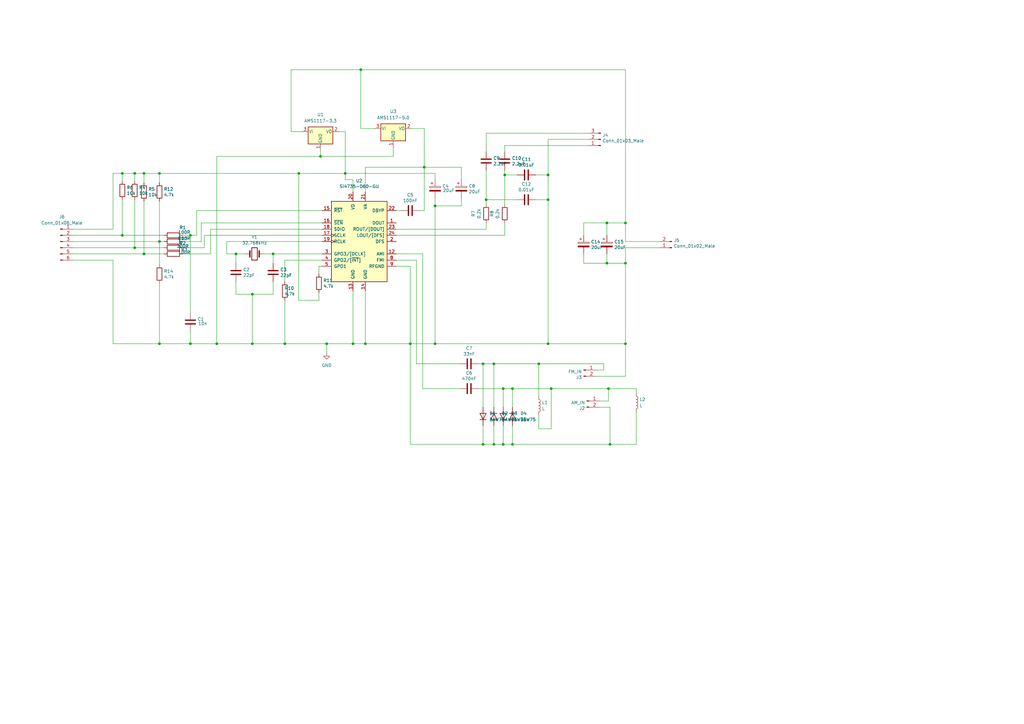
<source format=kicad_sch>
(kicad_sch (version 20211123) (generator eeschema)
  (paper "A3")
  (lib_symbols
    (symbol "Connector:Conn_01x02_Male" (pin_names (offset 1.016) hide)
      (property "Reference" "J" (at 0 2.54 0))
      (property "Value" "Conn_01x02_Male" (at 0 -5.08 0))
      (symbol "Conn_01x02_Male_1_1"
        (polyline (pts (xy 1.27 -2.54) (xy 0.8636 -2.54)) (stroke (width 0.1524)))
        (polyline (pts (xy 1.27 0) (xy 0.8636 0)) (stroke (width 0.1524)))
        (rectangle (start 0.8636 -2.413) (end 0 -2.667) (stroke (width 0.1524)) (fill (type outline)))
        (rectangle (start 0.8636 0.127) (end 0 -0.127) (stroke (width 0.1524)) (fill (type outline)))
        (pin passive line (at 5.08 0 180) (length 3.81) (name "Pin_1") (number "1"))
        (pin passive line (at 5.08 -2.54 180) (length 3.81) (name "Pin_2") (number "2"))
      )
    )
    (symbol "Connector:Conn_01x03_Male" (pin_names (offset 1.016) hide)
      (property "Reference" "J" (at 0 5.08 0))
      (property "Value" "Conn_01x03_Male" (at 0 -5.08 0))
      (symbol "Conn_01x03_Male_1_1"
        (polyline (pts (xy 1.27 -2.54) (xy 0.8636 -2.54)) (stroke (width 0.1524)))
        (polyline (pts (xy 1.27 0) (xy 0.8636 0)) (stroke (width 0.1524)))
        (polyline (pts (xy 1.27 2.54) (xy 0.8636 2.54)) (stroke (width 0.1524)))
        (rectangle (start 0.8636 -2.413) (end 0 -2.667) (stroke (width 0.1524)) (fill (type outline)))
        (rectangle (start 0.8636 0.127) (end 0 -0.127) (stroke (width 0.1524)) (fill (type outline)))
        (rectangle (start 0.8636 2.667) (end 0 2.413) (stroke (width 0.1524)) (fill (type outline)))
        (pin passive line (at 5.08 2.54 180) (length 3.81) (name "Pin_1") (number "1"))
        (pin passive line (at 5.08 0 180) (length 3.81) (name "Pin_2") (number "2"))
        (pin passive line (at 5.08 -2.54 180) (length 3.81) (name "Pin_3") (number "3"))
      )
    )
    (symbol "Connector:Conn_01x06_Male" (pin_names (offset 1.016) hide)
      (property "Reference" "J" (at 0 7.62 0))
      (property "Value" "Conn_01x06_Male" (at 0 -10.16 0))
      (symbol "Conn_01x06_Male_1_1"
        (polyline (pts (xy 1.27 -7.62) (xy 0.8636 -7.62)) (stroke (width 0.1524)))
        (polyline (pts (xy 1.27 -5.08) (xy 0.8636 -5.08)) (stroke (width 0.1524)))
        (polyline (pts (xy 1.27 -2.54) (xy 0.8636 -2.54)) (stroke (width 0.1524)))
        (polyline (pts (xy 1.27 0) (xy 0.8636 0)) (stroke (width 0.1524)))
        (polyline (pts (xy 1.27 2.54) (xy 0.8636 2.54)) (stroke (width 0.1524)))
        (polyline (pts (xy 1.27 5.08) (xy 0.8636 5.08)) (stroke (width 0.1524)))
        (rectangle (start 0.8636 -7.493) (end 0 -7.747) (stroke (width 0.1524)) (fill (type outline)))
        (rectangle (start 0.8636 -4.953) (end 0 -5.207) (stroke (width 0.1524)) (fill (type outline)))
        (rectangle (start 0.8636 -2.413) (end 0 -2.667) (stroke (width 0.1524)) (fill (type outline)))
        (rectangle (start 0.8636 0.127) (end 0 -0.127) (stroke (width 0.1524)) (fill (type outline)))
        (rectangle (start 0.8636 2.667) (end 0 2.413) (stroke (width 0.1524)) (fill (type outline)))
        (rectangle (start 0.8636 5.207) (end 0 4.953) (stroke (width 0.1524)) (fill (type outline)))
        (pin passive line (at 5.08 5.08 180) (length 3.81) (name "Pin_1") (number "1"))
        (pin passive line (at 5.08 2.54 180) (length 3.81) (name "Pin_2") (number "2"))
        (pin passive line (at 5.08 0 180) (length 3.81) (name "Pin_3") (number "3"))
        (pin passive line (at 5.08 -2.54 180) (length 3.81) (name "Pin_4") (number "4"))
        (pin passive line (at 5.08 -5.08 180) (length 3.81) (name "Pin_5") (number "5"))
        (pin passive line (at 5.08 -7.62 180) (length 3.81) (name "Pin_6") (number "6"))
      )
    )
    (symbol "Device:C" (pin_numbers hide) (pin_names (offset 0.254))
      (property "Reference" "C" (at 0.635 2.54 0))
      (property "Value" "C" (at 0.635 -2.54 0))
      (symbol "C_0_1"
        (polyline (pts (xy -2.032 -0.762) (xy 2.032 -0.762)) (stroke (width 0.508)))
        (polyline (pts (xy -2.032 0.762) (xy 2.032 0.762)) (stroke (width 0.508)))
      )
      (symbol "C_1_1"
        (pin passive line (at 0 3.81 270) (length 2.794) (name "~") (number "1"))
        (pin passive line (at 0 -3.81 90) (length 2.794) (name "~") (number "2"))
      )
    )
    (symbol "Device:CP" (pin_numbers hide) (pin_names (offset 0.254))
      (property "Reference" "C" (at 0.635 2.54 0))
      (property "Value" "Device_CP" (at 0.635 -2.54 0))
      (symbol "CP_0_1"
        (rectangle (start -2.286 0.508) (end 2.286 1.016))
        (polyline (pts (xy -1.778 2.286) (xy -0.762 2.286)))
        (polyline (pts (xy -1.27 2.794) (xy -1.27 1.778)))
        (rectangle (start 2.286 -0.508) (end -2.286 -1.016) (fill (type outline)))
      )
      (symbol "CP_1_1"
        (pin passive line (at 0 3.81 270) (length 2.794) (name "~") (number "1"))
        (pin passive line (at 0 -3.81 90) (length 2.794) (name "~") (number "2"))
      )
    )
    (symbol "Device:Crystal" (pin_numbers hide) (pin_names (offset 1.016) hide)
      (property "Reference" "Y" (at 0 3.81 0))
      (property "Value" "Crystal" (at 0 -3.81 0))
      (symbol "Crystal_0_1"
        (rectangle (start -1.143 2.54) (end 1.143 -2.54) (stroke (width 0.3048)))
        (polyline (pts (xy -2.54 0) (xy -1.905 0)))
        (polyline (pts (xy -1.905 -1.27) (xy -1.905 1.27)) (stroke (width 0.508)))
        (polyline (pts (xy 1.905 -1.27) (xy 1.905 1.27)) (stroke (width 0.508)))
        (polyline (pts (xy 2.54 0) (xy 1.905 0)))
      )
      (symbol "Crystal_1_1"
        (pin passive line (at -3.81 0 0) (length 1.27) (name "1") (number "1"))
        (pin passive line (at 3.81 0 180) (length 1.27) (name "2") (number "2"))
      )
    )
    (symbol "Device:L" (pin_numbers hide) (pin_names (offset 1.016) hide)
      (property "Reference" "L" (at -1.27 0 90))
      (property "Value" "L" (at 1.905 0 90))
      (symbol "L_0_1"
        (arc (start 0 -2.54) (mid 0.635 -1.905) (end 0 -1.27))
        (arc (start 0 -1.27) (mid 0.635 -0.635) (end 0 0))
        (arc (start 0 0) (mid 0.635 0.635) (end 0 1.27))
        (arc (start 0 1.27) (mid 0.635 1.905) (end 0 2.54))
      )
      (symbol "L_1_1"
        (pin passive line (at 0 3.81 270) (length 1.27) (name "1") (number "1"))
        (pin passive line (at 0 -3.81 90) (length 1.27) (name "2") (number "2"))
      )
    )
    (symbol "Device:R" (pin_numbers hide) (pin_names (offset 0))
      (property "Reference" "R" (at 2.032 0 90))
      (property "Value" "R" (at 0 0 90))
      (symbol "R_0_1"
        (rectangle (start -1.016 -2.54) (end 1.016 2.54) (stroke (width 0.254)))
      )
      (symbol "R_1_1"
        (pin passive line (at 0 3.81 270) (length 1.27) (name "~") (number "1"))
        (pin passive line (at 0 -3.81 90) (length 1.27) (name "~") (number "2"))
      )
    )
    (symbol "Diode:BAW75" (pin_numbers hide) (pin_names (offset 1.016) hide)
      (property "Reference" "D" (at 0 2.54 0))
      (property "Value" "BAW75" (at 0 -2.54 0))
      (symbol "BAW75_0_1"
        (polyline (pts (xy -1.27 1.27) (xy -1.27 -1.27)) (stroke (width 0.254)))
        (polyline (pts (xy 1.27 0) (xy -1.27 0)))
        (polyline (pts (xy 1.27 1.27) (xy 1.27 -1.27) (xy -1.27 0) (xy 1.27 1.27)) (stroke (width 0.254)))
      )
      (symbol "BAW75_1_1"
        (pin passive line (at -3.81 0 0) (length 2.54) (name "K") (number "1"))
        (pin passive line (at 3.81 0 180) (length 2.54) (name "A") (number "2"))
      )
    )
    (symbol "RF_AM_FM:Si4735-D60-GU" (pin_names (offset 1.016))
      (property "Reference" "U" (at -5.08 19.685 0))
      (property "Value" "Si4735-D60-GU" (at -5.08 17.78 0))
      (symbol "Si4735-D60-GU_0_1"
        (rectangle (start 11.43 16.51) (end -11.43 -16.51) (stroke (width 0.254)) (fill (type background)))
      )
      (symbol "Si4735-D60-GU_1_1"
        (pin output line (at 15.24 7.62 180) (length 3.81) (name "DOUT") (number "1"))
        (pin no_connect line (at -5.08 -20.32 90) (length 3.81) hide (name "NC") (number "10"))
        (pin no_connect line (at 5.08 -20.32 90) (length 3.81) hide (name "NC") (number "11"))
        (pin input line (at 15.24 -5.08 180) (length 3.81) (name "AMI") (number "12"))
        (pin power_in line (at -2.54 -20.32 90) (length 3.81) (name "GND") (number "13"))
        (pin power_in line (at 2.54 -20.32 90) (length 3.81) (name "GND") (number "14"))
        (pin input line (at -15.24 12.7 0) (length 3.81) (name "~{RST}") (number "15"))
        (pin input line (at -15.24 7.62 0) (length 3.81) (name "~{SEN}") (number "16"))
        (pin input clock (at -15.24 2.54 0) (length 3.81) (name "SCLK") (number "17"))
        (pin bidirectional line (at -15.24 5.08 0) (length 3.81) (name "SDIO") (number "18"))
        (pin input clock (at -15.24 0 0) (length 3.81) (name "RCLK") (number "19"))
        (pin input line (at 15.24 0 180) (length 3.81) (name "DFS") (number "2"))
        (pin power_in line (at -2.54 20.32 270) (length 3.81) (name "VD") (number "20"))
        (pin power_in line (at 2.54 20.32 270) (length 3.81) (name "VA") (number "21"))
        (pin passive line (at 15.24 12.7 180) (length 3.81) (name "DBYP") (number "22"))
        (pin output line (at 15.24 5.08 180) (length 3.81) (name "ROUT/[DOUT]") (number "23"))
        (pin bidirectional line (at 15.24 2.54 180) (length 3.81) (name "LOUT/[DFS]") (number "24"))
        (pin bidirectional line (at -15.24 -5.08 0) (length 3.81) (name "GPO3/[DCLK]") (number "3"))
        (pin output line (at -15.24 -7.62 0) (length 3.81) (name "GPO2/[~{INT}]") (number "4"))
        (pin output line (at -15.24 -10.16 0) (length 3.81) (name "GPO1") (number "5"))
        (pin no_connect line (at -15.24 -12.7 0) (length 3.81) hide (name "NC") (number "6"))
        (pin no_connect line (at 15.24 -12.7 180) (length 3.81) hide (name "NC") (number "7"))
        (pin input line (at 15.24 -7.62 180) (length 3.81) (name "FMI") (number "8"))
        (pin power_in line (at 15.24 -10.16 180) (length 3.81) (name "RFGND") (number "9"))
      )
    )
    (symbol "Regulator_Linear:AMS1117-3.3" (pin_names (offset 0.254))
      (property "Reference" "U" (at -3.81 3.175 0))
      (property "Value" "AMS1117-3.3" (at 0 3.175 0))
      (symbol "AMS1117-3.3_0_1"
        (rectangle (start -5.08 -5.08) (end 5.08 1.905) (stroke (width 0.254)) (fill (type background)))
      )
      (symbol "AMS1117-3.3_1_1"
        (pin power_in line (at 0 -7.62 90) (length 2.54) (name "GND") (number "1"))
        (pin power_out line (at 7.62 0 180) (length 2.54) (name "VO") (number "2"))
        (pin power_in line (at -7.62 0 0) (length 2.54) (name "VI") (number "3"))
      )
    )
    (symbol "Regulator_Linear:AMS1117-5.0" (pin_names (offset 0.254))
      (property "Reference" "U" (at -3.81 3.175 0))
      (property "Value" "AMS1117-5.0" (at 0 3.175 0))
      (symbol "AMS1117-5.0_0_1"
        (rectangle (start -5.08 -5.08) (end 5.08 1.905) (stroke (width 0.254)) (fill (type background)))
      )
      (symbol "AMS1117-5.0_1_1"
        (pin power_in line (at 0 -7.62 90) (length 2.54) (name "GND") (number "1"))
        (pin power_out line (at 7.62 0 180) (length 2.54) (name "VO") (number "2"))
        (pin power_in line (at -7.62 0 0) (length 2.54) (name "VI") (number "3"))
      )
    )
    (symbol "power:GND" (power) (pin_names (offset 0))
      (property "Value" "GND" (at 0 -3.81 0))
      (symbol "GND_0_1"
        (polyline (pts (xy 0 0) (xy 0 -1.27) (xy 1.27 -1.27) (xy 0 -2.54) (xy -1.27 -1.27) (xy 0 -1.27)))
      )
      (symbol "GND_1_1"
        (pin power_in line (at 0 0 270) (length 0) hide (name "GND") (number "1"))
      )
    )
  )
  (junction (at 248.92 91.44))
  (junction (at 78.105 96.52))
  (junction (at 210.185 182.245))
  (junction (at 173.99 68.58))
  (junction (at 103.505 120.65))
  (junction (at 65.405 140.97))
  (junction (at 220.98 149.225))
  (junction (at 249.555 159.385))
  (junction (at 50.165 71.12))
  (junction (at 55.245 101.6))
  (junction (at 226.06 159.385))
  (junction (at 122.555 71.12))
  (junction (at 88.9 140.97))
  (junction (at 141.605 71.12))
  (junction (at 59.055 71.12))
  (junction (at 65.405 71.12))
  (junction (at 224.79 71.755))
  (junction (at 131.445 64.135))
  (junction (at 96.774 104.14))
  (junction (at 65.405 99.06))
  (junction (at 198.12 182.245))
  (junction (at 198.12 149.225))
  (junction (at 199.39 81.915))
  (junction (at 224.79 140.97))
  (junction (at 178.435 140.97))
  (junction (at 112.014 104.14))
  (junction (at 116.84 140.97))
  (junction (at 256.54 107.95))
  (junction (at 202.565 182.245))
  (junction (at 256.54 91.44))
  (junction (at 202.565 149.225))
  (junction (at 224.79 81.915))
  (junction (at 210.185 159.385))
  (junction (at 78.105 140.97))
  (junction (at 55.245 71.12))
  (junction (at 178.435 84.455))
  (junction (at 248.92 107.95))
  (junction (at 103.505 140.97))
  (junction (at 133.985 140.97))
  (junction (at 207.01 71.755))
  (junction (at 250.19 182.245))
  (junction (at 206.375 182.245))
  (junction (at 50.165 96.52))
  (junction (at 149.86 140.97))
  (junction (at 144.78 140.97))
  (junction (at 147.955 28.575))
  (junction (at 168.275 140.97))
  (junction (at 206.375 159.385))
  (junction (at 59.055 104.14))
  (junction (at 256.54 140.97))
  (wire (pts (xy 149.86 68.58) (xy 149.86 78.74)))
  (wire (pts (xy 206.375 182.245) (xy 210.185 182.245)))
  (wire (pts (xy 130.81 109.22) (xy 130.81 112.395)))
  (wire (pts (xy 131.445 64.135) (xy 88.9 64.135)))
  (wire (pts (xy 46.355 140.97) (xy 65.405 140.97)))
  (wire (pts (xy 168.91 52.705) (xy 173.99 52.705)))
  (wire (pts (xy 96.774 107.95) (xy 96.774 104.14)))
  (wire (pts (xy 189.23 81.28) (xy 189.23 84.455)))
  (wire (pts (xy 202.565 149.225) (xy 220.98 149.225)))
  (wire (pts (xy 202.565 182.245) (xy 206.375 182.245)))
  (wire (pts (xy 141.605 71.12) (xy 178.435 71.12)))
  (wire (pts (xy 116.84 123.19) (xy 116.84 140.97)))
  (wire (pts (xy 162.56 96.52) (xy 207.01 96.52)))
  (wire (pts (xy 78.105 96.52) (xy 78.105 128.27)))
  (wire (pts (xy 206.375 159.385) (xy 206.375 167.005)))
  (wire (pts (xy 92.964 99.06) (xy 132.08 99.06)))
  (wire (pts (xy 50.165 81.915) (xy 50.165 96.52)))
  (wire (pts (xy 178.435 140.97) (xy 224.79 140.97)))
  (wire (pts (xy 103.505 120.65) (xy 103.505 140.97)))
  (wire (pts (xy 210.185 159.385) (xy 226.06 159.385)))
  (wire (pts (xy 168.275 109.22) (xy 168.275 140.97)))
  (wire (pts (xy 88.9 64.135) (xy 88.9 140.97)))
  (wire (pts (xy 55.245 101.6) (xy 67.31 101.6)))
  (wire (pts (xy 260.985 168.91) (xy 260.985 182.245)))
  (wire (pts (xy 78.105 140.97) (xy 78.105 135.89)))
  (wire (pts (xy 241.3 57.15) (xy 224.79 57.15)))
  (wire (pts (xy 168.275 140.97) (xy 178.435 140.97)))
  (wire (pts (xy 131.445 64.135) (xy 161.29 64.135)))
  (wire (pts (xy 119.38 28.575) (xy 119.38 53.975)))
  (wire (pts (xy 239.395 96.52) (xy 239.395 91.44)))
  (wire (pts (xy 196.215 149.225) (xy 198.12 149.225)))
  (wire (pts (xy 133.985 144.78) (xy 133.985 140.97)))
  (wire (pts (xy 199.39 54.61) (xy 199.39 62.23)))
  (wire (pts (xy 170.815 106.68) (xy 162.56 106.68)))
  (wire (pts (xy 131.445 61.595) (xy 131.445 64.135)))
  (wire (pts (xy 103.505 140.97) (xy 116.84 140.97)))
  (wire (pts (xy 199.39 83.82) (xy 199.39 81.915)))
  (wire (pts (xy 116.84 106.68) (xy 132.08 106.68)))
  (wire (pts (xy 74.93 99.06) (xy 82.55 99.06)))
  (wire (pts (xy 245.745 164.465) (xy 249.555 164.465)))
  (wire (pts (xy 59.055 71.12) (xy 65.405 71.12)))
  (wire (pts (xy 239.395 107.95) (xy 248.92 107.95)))
  (wire (pts (xy 241.3 59.69) (xy 207.01 59.69)))
  (wire (pts (xy 100.584 104.14) (xy 96.774 104.14)))
  (wire (pts (xy 29.845 93.98) (xy 46.355 93.98)))
  (wire (pts (xy 59.055 71.12) (xy 55.245 71.12)))
  (wire (pts (xy 65.405 99.06) (xy 65.405 108.585)))
  (wire (pts (xy 149.86 140.97) (xy 168.275 140.97)))
  (wire (pts (xy 119.38 53.975) (xy 123.825 53.975)))
  (wire (pts (xy 198.12 149.225) (xy 198.12 167.005)))
  (wire (pts (xy 210.185 174.625) (xy 210.185 182.245)))
  (wire (pts (xy 220.98 170.18) (xy 220.98 175.895)))
  (wire (pts (xy 202.565 149.225) (xy 202.565 167.005)))
  (wire (pts (xy 168.275 182.245) (xy 168.275 140.97)))
  (wire (pts (xy 80.645 86.36) (xy 80.645 96.52)))
  (wire (pts (xy 256.54 99.06) (xy 256.54 91.44)))
  (wire (pts (xy 256.54 107.95) (xy 256.54 101.6)))
  (wire (pts (xy 103.505 140.97) (xy 88.9 140.97)))
  (wire (pts (xy 86.36 93.98) (xy 132.08 93.98)))
  (wire (pts (xy 59.055 71.12) (xy 59.055 74.93)))
  (wire (pts (xy 250.19 182.245) (xy 260.985 182.245)))
  (wire (pts (xy 46.355 71.12) (xy 50.165 71.12)))
  (wire (pts (xy 144.78 119.38) (xy 144.78 140.97)))
  (wire (pts (xy 55.245 81.915) (xy 55.245 101.6)))
  (wire (pts (xy 188.595 159.385) (xy 173.355 159.385)))
  (wire (pts (xy 29.845 101.6) (xy 55.245 101.6)))
  (wire (pts (xy 46.355 106.68) (xy 46.355 140.97)))
  (wire (pts (xy 50.165 71.12) (xy 50.165 74.295)))
  (wire (pts (xy 116.84 115.57) (xy 116.84 106.68)))
  (wire (pts (xy 162.56 109.22) (xy 168.275 109.22)))
  (wire (pts (xy 130.81 120.015) (xy 130.81 123.19)))
  (wire (pts (xy 210.185 182.245) (xy 250.19 182.245)))
  (wire (pts (xy 226.06 159.385) (xy 226.06 175.895)))
  (wire (pts (xy 103.505 120.65) (xy 112.014 120.65)))
  (wire (pts (xy 250.19 182.245) (xy 250.19 167.005)))
  (wire (pts (xy 198.12 174.625) (xy 198.12 182.245)))
  (wire (pts (xy 74.93 104.14) (xy 86.36 104.14)))
  (wire (pts (xy 178.435 81.28) (xy 178.435 84.455)))
  (wire (pts (xy 247.65 151.765) (xy 244.475 151.765)))
  (wire (pts (xy 188.595 149.225) (xy 170.815 149.225)))
  (wire (pts (xy 96.774 115.57) (xy 96.774 120.65)))
  (wire (pts (xy 220.98 149.225) (xy 220.98 162.56)))
  (wire (pts (xy 198.12 149.225) (xy 202.565 149.225)))
  (wire (pts (xy 55.245 71.12) (xy 50.165 71.12)))
  (wire (pts (xy 83.82 101.6) (xy 74.93 101.6)))
  (wire (pts (xy 249.555 164.465) (xy 249.555 159.385)))
  (wire (pts (xy 50.165 96.52) (xy 67.31 96.52)))
  (wire (pts (xy 247.65 149.225) (xy 247.65 151.765)))
  (wire (pts (xy 212.09 71.755) (xy 207.01 71.755)))
  (wire (pts (xy 260.985 159.385) (xy 260.985 161.29)))
  (wire (pts (xy 83.82 96.52) (xy 83.82 101.6)))
  (wire (pts (xy 224.79 81.915) (xy 224.79 140.97)))
  (wire (pts (xy 29.845 106.68) (xy 46.355 106.68)))
  (wire (pts (xy 112.014 104.14) (xy 132.08 104.14)))
  (wire (pts (xy 189.23 84.455) (xy 178.435 84.455)))
  (wire (pts (xy 207.01 91.44) (xy 207.01 96.52)))
  (wire (pts (xy 173.355 159.385) (xy 173.355 104.14)))
  (wire (pts (xy 239.395 104.14) (xy 239.395 107.95)))
  (wire (pts (xy 141.605 53.975) (xy 139.065 53.975)))
  (wire (pts (xy 133.985 140.97) (xy 144.78 140.97)))
  (wire (pts (xy 162.56 93.98) (xy 199.39 93.98)))
  (wire (pts (xy 65.405 99.06) (xy 67.31 99.06)))
  (wire (pts (xy 244.475 154.305) (xy 256.54 154.305)))
  (wire (pts (xy 220.98 175.895) (xy 226.06 175.895)))
  (wire (pts (xy 256.54 28.575) (xy 256.54 91.44)))
  (wire (pts (xy 92.964 104.14) (xy 92.964 99.06)))
  (wire (pts (xy 141.605 71.12) (xy 122.555 71.12)))
  (wire (pts (xy 153.67 52.705) (xy 147.955 52.705)))
  (wire (pts (xy 65.405 71.12) (xy 122.555 71.12)))
  (wire (pts (xy 65.405 140.97) (xy 78.105 140.97)))
  (wire (pts (xy 55.245 71.12) (xy 55.245 74.295)))
  (wire (pts (xy 224.79 57.15) (xy 224.79 71.755)))
  (wire (pts (xy 144.78 78.74) (xy 144.78 73.66)))
  (wire (pts (xy 112.014 120.65) (xy 112.014 115.57)))
  (wire (pts (xy 161.29 64.135) (xy 161.29 60.325)))
  (wire (pts (xy 86.36 93.98) (xy 86.36 104.14)))
  (wire (pts (xy 29.845 99.06) (xy 65.405 99.06)))
  (wire (pts (xy 256.54 140.97) (xy 256.54 154.305)))
  (wire (pts (xy 29.845 104.14) (xy 59.055 104.14)))
  (wire (pts (xy 59.055 82.55) (xy 59.055 104.14)))
  (wire (pts (xy 210.185 159.385) (xy 210.185 167.005)))
  (wire (pts (xy 122.555 71.12) (xy 122.555 123.19)))
  (wire (pts (xy 189.23 73.66) (xy 189.23 68.58)))
  (wire (pts (xy 147.955 52.705) (xy 147.955 28.575)))
  (wire (pts (xy 239.395 91.44) (xy 248.92 91.44)))
  (wire (pts (xy 141.605 53.975) (xy 141.605 71.12)))
  (wire (pts (xy 130.81 109.22) (xy 132.08 109.22)))
  (wire (pts (xy 224.79 71.755) (xy 224.79 81.915)))
  (wire (pts (xy 74.93 96.52) (xy 78.105 96.52)))
  (wire (pts (xy 202.565 174.625) (xy 202.565 182.245)))
  (wire (pts (xy 162.56 86.36) (xy 164.465 86.36)))
  (wire (pts (xy 206.375 159.385) (xy 210.185 159.385)))
  (wire (pts (xy 149.86 119.38) (xy 149.86 140.97)))
  (wire (pts (xy 108.204 104.14) (xy 112.014 104.14)))
  (wire (pts (xy 219.71 71.755) (xy 224.79 71.755)))
  (wire (pts (xy 141.605 73.66) (xy 141.605 71.12)))
  (wire (pts (xy 173.355 104.14) (xy 162.56 104.14)))
  (wire (pts (xy 226.06 159.385) (xy 249.555 159.385)))
  (wire (pts (xy 59.055 104.14) (xy 67.31 104.14)))
  (wire (pts (xy 147.955 28.575) (xy 256.54 28.575)))
  (wire (pts (xy 116.84 140.97) (xy 133.985 140.97)))
  (wire (pts (xy 119.38 28.575) (xy 147.955 28.575)))
  (wire (pts (xy 65.405 116.205) (xy 65.405 140.97)))
  (wire (pts (xy 199.39 69.85) (xy 199.39 81.915)))
  (wire (pts (xy 220.98 149.225) (xy 247.65 149.225)))
  (wire (pts (xy 144.78 73.66) (xy 141.605 73.66)))
  (wire (pts (xy 178.435 73.66) (xy 178.435 71.12)))
  (wire (pts (xy 82.55 99.06) (xy 82.55 91.44)))
  (wire (pts (xy 256.54 140.97) (xy 256.54 107.95)))
  (wire (pts (xy 82.55 91.44) (xy 132.08 91.44)))
  (wire (pts (xy 248.92 107.95) (xy 256.54 107.95)))
  (wire (pts (xy 65.405 71.12) (xy 65.405 74.93)))
  (wire (pts (xy 96.774 120.65) (xy 103.505 120.65)))
  (wire (pts (xy 248.92 91.44) (xy 256.54 91.44)))
  (wire (pts (xy 207.01 69.85) (xy 207.01 71.755)))
  (wire (pts (xy 199.39 93.98) (xy 199.39 91.44)))
  (wire (pts (xy 80.645 86.36) (xy 132.08 86.36)))
  (wire (pts (xy 170.815 149.225) (xy 170.815 106.68)))
  (wire (pts (xy 249.555 159.385) (xy 260.985 159.385)))
  (wire (pts (xy 199.39 81.915) (xy 212.09 81.915)))
  (wire (pts (xy 198.12 182.245) (xy 202.565 182.245)))
  (wire (pts (xy 46.355 71.12) (xy 46.355 93.98)))
  (wire (pts (xy 173.99 52.705) (xy 173.99 68.58)))
  (wire (pts (xy 29.845 96.52) (xy 50.165 96.52)))
  (wire (pts (xy 248.92 104.14) (xy 248.92 107.95)))
  (wire (pts (xy 256.54 99.06) (xy 270.51 99.06)))
  (wire (pts (xy 245.745 167.005) (xy 250.19 167.005)))
  (wire (pts (xy 112.014 107.95) (xy 112.014 104.14)))
  (wire (pts (xy 144.78 140.97) (xy 149.86 140.97)))
  (wire (pts (xy 78.105 96.52) (xy 80.645 96.52)))
  (wire (pts (xy 168.275 182.245) (xy 198.12 182.245)))
  (wire (pts (xy 248.92 96.52) (xy 248.92 91.44)))
  (wire (pts (xy 207.01 59.69) (xy 207.01 62.23)))
  (wire (pts (xy 219.71 81.915) (xy 224.79 81.915)))
  (wire (pts (xy 83.82 96.52) (xy 132.08 96.52)))
  (wire (pts (xy 172.085 86.36) (xy 173.99 86.36)))
  (wire (pts (xy 88.9 140.97) (xy 78.105 140.97)))
  (wire (pts (xy 206.375 174.625) (xy 206.375 182.245)))
  (wire (pts (xy 256.54 101.6) (xy 270.51 101.6)))
  (wire (pts (xy 207.01 83.82) (xy 207.01 71.755)))
  (wire (pts (xy 96.774 104.14) (xy 92.964 104.14)))
  (wire (pts (xy 224.79 140.97) (xy 256.54 140.97)))
  (wire (pts (xy 178.435 84.455) (xy 178.435 140.97)))
  (wire (pts (xy 173.99 68.58) (xy 149.86 68.58)))
  (wire (pts (xy 173.99 86.36) (xy 173.99 68.58)))
  (wire (pts (xy 173.99 68.58) (xy 189.23 68.58)))
  (wire (pts (xy 65.405 82.55) (xy 65.405 99.06)))
  (wire (pts (xy 241.3 54.61) (xy 199.39 54.61)))
  (wire (pts (xy 196.215 159.385) (xy 206.375 159.385)))
  (wire (pts (xy 122.555 123.19) (xy 130.81 123.19)))
  (symbol (lib_id "RF_AM_FM:Si4735-D60-GU") (at 147.32 99.06 0) (unit 1)
    (property "Reference" "U2" (at 147.32 74.1426 0))
    (property "Value" "Si4735-D60-GU" (at 147.32 76.454 0))
    (property "Footprint" "Package_SO:SSOP-24_3.9x8.7mm_P0.635mm" (effects hide))
    (property "Datasheet" "http://www.silabs.com/Support%20Documents/TechnicalDocs/Si4730-31-34-35-D60.pdf" (effects hide))
  )
  (symbol (lib_id "Connector:Conn_01x02_Male") (at 275.59 101.6 180) (unit 1)
    (property "Reference" "J5" (at 276.3012 98.6028 0) (effects (justify right)))
    (property "Value" "Conn_01x02_Male" (at 276.3012 100.9142 0) (effects (justify right)))
    (property "Footprint" "Connector_PinHeader_2.54mm:PinHeader_1x02_P2.54mm_Vertical" (effects hide))
  )
  (symbol (lib_id "Device:Crystal") (at 104.394 104.14 0) (unit 1)
    (property "Reference" "Y1" (at 104.394 97.3328 0))
    (property "Value" "32.768kHz" (at 104.394 99.6442 0))
    (property "Footprint" "Crystal:Crystal_Round_D3.0mm_Vertical" (effects hide))
  )
  (symbol (lib_id "Device:C") (at 96.774 111.76 0) (unit 1)
    (property "Reference" "C2" (at 99.695 110.5916 0) (effects (justify left)))
    (property "Value" "22pF" (at 99.695 112.903 0) (effects (justify left)))
    (property "Footprint" "Capacitor_SMD:C_1206_3216Metric" (effects hide))
  )
  (symbol (lib_id "Device:C") (at 112.014 111.76 0) (unit 1)
    (property "Reference" "C3" (at 114.935 110.5916 0) (effects (justify left)))
    (property "Value" "22pF" (at 114.935 112.903 0) (effects (justify left)))
    (property "Footprint" "Capacitor_SMD:C_1206_3216Metric" (effects hide))
  )
  (symbol (lib_id "Device:C") (at 192.405 159.385 270) (unit 1)
    (property "Reference" "C6" (at 192.405 152.9842 90))
    (property "Value" "470nF" (at 192.405 155.2956 90))
    (property "Footprint" "Capacitor_THT:C_Disc_D4.3mm_W1.9mm_P5.00mm" (effects hide))
  )
  (symbol (lib_id "Device:R") (at 71.12 104.14 270) (unit 1)
    (property "Reference" "R3" (at 75.565 102.235 90))
    (property "Value" "100R" (at 75.565 103.505 90))
    (property "Footprint" "Resistor_SMD:R_1206_3216Metric" (effects hide))
  )
  (symbol (lib_id "Device:R") (at 71.12 101.6 270) (unit 1)
    (property "Reference" "R2" (at 74.93 99.695 90))
    (property "Value" "100R" (at 74.93 100.965 90))
    (property "Footprint" "Resistor_SMD:R_1206_3216Metric" (effects hide))
  )
  (symbol (lib_id "Device:R") (at 55.245 78.105 0) (unit 1)
    (property "Reference" "R4" (at 57.023 76.9366 0) (effects (justify left)))
    (property "Value" "10k" (at 57.023 79.248 0) (effects (justify left)))
    (property "Footprint" "Resistor_SMD:R_1206_3216Metric" (effects hide))
  )
  (symbol (lib_id "Device:R") (at 59.055 78.74 0) (unit 1)
    (property "Reference" "R5" (at 60.833 77.5716 0) (effects (justify left)))
    (property "Value" "10k" (at 60.833 79.883 0) (effects (justify left)))
    (property "Footprint" "Resistor_SMD:R_1206_3216Metric" (effects hide))
  )
  (symbol (lib_id "Device:R") (at 71.12 96.52 270) (unit 1)
    (property "Reference" "R1" (at 74.93 93.345 90))
    (property "Value" "100R" (at 75.565 95.25 90))
    (property "Footprint" "Resistor_SMD:R_1206_3216Metric" (effects hide))
  )
  (symbol (lib_id "Device:C") (at 78.105 132.08 0) (unit 1)
    (property "Reference" "C1" (at 81.026 130.9116 0) (effects (justify left)))
    (property "Value" "10n" (at 81.28 132.715 0) (effects (justify left)))
    (property "Footprint" "Capacitor_SMD:C_1206_3216Metric" (effects hide))
  )
  (symbol (lib_id "Connector:Conn_01x03_Male") (at 246.38 57.15 180) (unit 1)
    (property "Reference" "J4" (at 247.0912 55.4228 0) (effects (justify right)))
    (property "Value" "Conn_01x03_Male" (at 247.0912 57.7342 0) (effects (justify right)))
    (property "Footprint" "Connector_PinHeader_2.54mm:PinHeader_1x03_P2.54mm_Vertical" (effects hide))
  )
  (symbol (lib_id "Device:R") (at 199.39 87.63 0) (unit 1)
    (property "Reference" "R7" (at 194.1322 87.63 90))
    (property "Value" "0.2k" (at 196.4436 87.63 90))
    (property "Footprint" "Resistor_SMD:R_1206_3216Metric" (effects hide))
  )
  (symbol (lib_id "Device:R") (at 207.01 87.63 0) (unit 1)
    (property "Reference" "R8" (at 201.7522 87.63 90))
    (property "Value" "0.2k" (at 204.0636 87.63 90))
    (property "Footprint" "Resistor_SMD:R_1206_3216Metric" (effects hide))
  )
  (symbol (lib_id "Device:C") (at 215.9 71.755 270) (unit 1)
    (property "Reference" "C11" (at 215.9 65.3542 90))
    (property "Value" "0.01uF" (at 215.9 67.6656 90))
    (property "Footprint" "Capacitor_THT:C_Disc_D3.4mm_W2.1mm_P2.50mm" (effects hide))
  )
  (symbol (lib_id "Device:C") (at 215.9 81.915 270) (unit 1)
    (property "Reference" "C12" (at 215.9 75.5142 90))
    (property "Value" "0.01uF" (at 215.9 77.8256 90))
    (property "Footprint" "Capacitor_THT:C_Disc_D3.4mm_W2.1mm_P2.50mm" (effects hide))
  )
  (symbol (lib_id "Device:C") (at 199.39 66.04 0) (unit 1)
    (property "Reference" "C9" (at 202.311 64.8716 0) (effects (justify left)))
    (property "Value" "2.2uF" (at 202.311 67.183 0) (effects (justify left)))
    (property "Footprint" "Capacitor_THT:C_Disc_D3.4mm_W2.1mm_P2.50mm" (effects hide))
  )
  (symbol (lib_id "Device:C") (at 207.01 66.04 0) (unit 1)
    (property "Reference" "C10" (at 209.931 64.8716 0) (effects (justify left)))
    (property "Value" "2.2uF" (at 209.931 67.183 0) (effects (justify left)))
    (property "Footprint" "Capacitor_THT:C_Disc_D3.4mm_W2.1mm_P2.50mm" (effects hide))
  )
  (symbol (lib_id "Device:CP") (at 178.435 77.47 0) (unit 1)
    (property "Reference" "C4" (at 181.4322 76.3016 0) (effects (justify left)))
    (property "Value" "20uF" (at 181.61 78.105 0) (effects (justify left)))
    (property "Footprint" "Capacitor_THT:CP_Radial_D5.0mm_P2.00mm" (effects hide))
  )
  (symbol (lib_id "Device:C") (at 168.275 86.36 270) (unit 1)
    (property "Reference" "C5" (at 168.275 79.9592 90))
    (property "Value" "100nF" (at 168.275 82.2706 90))
    (property "Footprint" "Capacitor_THT:C_Disc_D3.0mm_W1.6mm_P2.50mm" (effects hide))
  )
  (symbol (lib_id "Device:C") (at 192.405 149.225 270) (unit 1)
    (property "Reference" "C7" (at 192.405 142.8242 90))
    (property "Value" "33nF" (at 192.405 145.1356 90))
    (property "Footprint" "Capacitor_THT:C_Disc_D4.3mm_W1.9mm_P5.00mm" (effects hide))
  )
  (symbol (lib_id "Connector:Conn_01x02_Male") (at 240.665 164.465 0) (unit 1)
    (property "Reference" "J2" (at 239.9538 167.4622 0) (effects (justify right)))
    (property "Value" "AM_IN" (at 239.9538 165.1508 0) (effects (justify right)))
    (property "Footprint" "Connector_Coaxial:SMA_Amphenol_901-143_Horizontal" (effects hide))
  )
  (symbol (lib_id "Device:R") (at 50.165 78.105 0) (unit 1)
    (property "Reference" "R6" (at 51.943 76.9366 0) (effects (justify left)))
    (property "Value" "10k" (at 51.943 79.248 0) (effects (justify left)))
    (property "Footprint" "Resistor_SMD:R_1206_3216Metric" (effects hide))
  )
  (symbol (lib_id "Regulator_Linear:AMS1117-3.3") (at 131.445 53.975 0) (unit 1)
    (property "Reference" "U1" (at 131.445 46.99 0))
    (property "Value" "AMS1117-3.3" (at 131.445 49.53 0))
    (property "Footprint" "Package_TO_SOT_SMD:SOT-223-3_TabPin2" (effects hide))
    (property "Datasheet" "http://www.advanced-monolithic.com/pdf/ds1117.pdf" (effects hide))
  )
  (symbol (lib_id "Device:L") (at 260.985 165.1 0) (unit 1)
    (property "Reference" "L2" (at 262.255 163.8299 0) (effects (justify left)))
    (property "Value" "L" (at 262.255 166.3699 0) (effects (justify left)))
    (property "Footprint" "Inductor_THT:L_Radial_D6.0mm_P4.00mm" (effects hide))
  )
  (symbol (lib_id "Connector:Conn_01x06_Male") (at 24.765 99.06 0) (unit 1)
    (property "Reference" "J6" (at 25.4 88.9 0))
    (property "Value" "Conn_01x06_Male" (at 25.4 91.44 0))
    (property "Footprint" "Connector_PinHeader_2.54mm:PinHeader_1x06_P2.54mm_Vertical" (effects hide))
  )
  (symbol (lib_id "Diode:BAW75") (at 202.565 170.815 270) (unit 1)
    (property "Reference" "D2" (at 205.74 169.5449 90) (effects (justify left)))
    (property "Value" "BAW75" (at 205.74 172.0849 90) (effects (justify left)))
    (property "Footprint" "Diode_THT:D_DO-35_SOD27_P7.62mm_Horizontal" (effects hide))
    (property "Datasheet" "http://www.vishay.com/docs/85550/baw75.pdf" (effects hide))
  )
  (symbol (lib_id "Diode:BAW75") (at 206.375 170.815 90) (unit 1)
    (property "Reference" "D3" (at 209.55 169.5449 90) (effects (justify right)))
    (property "Value" "BAW75" (at 209.55 172.0849 90) (effects (justify right)))
    (property "Footprint" "Diode_THT:D_DO-35_SOD27_P7.62mm_Horizontal" (effects hide))
    (property "Datasheet" "http://www.vishay.com/docs/85550/baw75.pdf" (effects hide))
  )
  (symbol (lib_id "Device:CP") (at 239.395 100.33 0) (unit 1)
    (property "Reference" "C14" (at 242.3922 99.1616 0) (effects (justify left)))
    (property "Value" "20uF" (at 242.3922 101.473 0) (effects (justify left)))
    (property "Footprint" "Capacitor_THT:CP_Radial_D5.0mm_P2.00mm" (effects hide))
  )
  (symbol (lib_id "Diode:BAW75") (at 198.12 170.815 90) (unit 1)
    (property "Reference" "D1" (at 200.66 169.5449 90) (effects (justify right)))
    (property "Value" "BAW75" (at 200.66 172.0849 90) (effects (justify right)))
    (property "Footprint" "Diode_THT:D_DO-35_SOD27_P7.62mm_Horizontal" (effects hide))
    (property "Datasheet" "http://www.vishay.com/docs/85550/baw75.pdf" (effects hide))
  )
  (symbol (lib_id "Connector:Conn_01x02_Male") (at 239.395 151.765 0) (unit 1)
    (property "Reference" "J3" (at 238.6838 154.7622 0) (effects (justify right)))
    (property "Value" "FM_IN" (at 238.6838 152.4508 0) (effects (justify right)))
    (property "Footprint" "Connector_Coaxial:SMA_Amphenol_901-143_Horizontal" (effects hide))
  )
  (symbol (lib_id "Device:R") (at 116.84 119.38 0) (unit 1)
    (property "Reference" "R10" (at 116.713 118.2116 0) (effects (justify left)))
    (property "Value" "4.7k" (at 116.713 120.523 0) (effects (justify left)))
    (property "Footprint" "Resistor_SMD:R_1206_3216Metric" (effects hide))
  )
  (symbol (lib_id "Device:R") (at 65.405 112.395 0) (unit 1)
    (property "Reference" "R14" (at 67.183 111.2266 0) (effects (justify left)))
    (property "Value" "4.7k" (at 67.183 113.538 0) (effects (justify left)))
    (property "Footprint" "Resistor_SMD:R_1206_3216Metric" (effects hide))
  )
  (symbol (lib_id "power:GND") (at 133.985 144.78 0) (unit 1)
    (property "Reference" "#PWR0101" (effects hide))
    (property "Value" "GND" (at 133.985 149.86 0))
  )
  (symbol (lib_id "Device:R") (at 130.81 116.205 0) (unit 1)
    (property "Reference" "R11" (at 132.588 115.0366 0) (effects (justify left)))
    (property "Value" "4.7k" (at 132.588 117.348 0) (effects (justify left)))
    (property "Footprint" "Resistor_THT:R_Axial_DIN0309_L9.0mm_D3.2mm_P12.70mm_Horizontal" (effects hide))
  )
  (symbol (lib_id "Device:L") (at 220.98 166.37 0) (unit 1)
    (property "Reference" "L1" (at 222.25 165.0999 0) (effects (justify left)))
    (property "Value" "L" (at 222.25 167.6399 0) (effects (justify left)))
    (property "Footprint" "Inductor_THT:L_Radial_D6.0mm_P4.00mm" (effects hide))
  )
  (symbol (lib_id "Device:CP") (at 248.92 100.33 0) (unit 1)
    (property "Reference" "C15" (at 251.9172 99.1616 0) (effects (justify left)))
    (property "Value" "20uF" (at 251.9172 101.473 0) (effects (justify left)))
    (property "Footprint" "Capacitor_THT:CP_Radial_D5.0mm_P2.00mm" (effects hide))
  )
  (symbol (lib_id "Regulator_Linear:AMS1117-5.0") (at 161.29 52.705 0) (unit 1)
    (property "Reference" "U3" (at 161.29 45.72 0))
    (property "Value" "AMS1117-5.0" (at 161.29 48.26 0))
    (property "Footprint" "Package_TO_SOT_SMD:SOT-223-3_TabPin2" (effects hide))
    (property "Datasheet" "http://www.advanced-monolithic.com/pdf/ds1117.pdf" (effects hide))
  )
  (symbol (lib_id "Device:CP") (at 189.23 77.47 0) (unit 1)
    (property "Reference" "C8" (at 192.2272 76.3016 0) (effects (justify left)))
    (property "Value" "20uF" (at 192.2272 78.613 0) (effects (justify left)))
    (property "Footprint" "Capacitor_THT:CP_Radial_D5.0mm_P2.00mm" (effects hide))
  )
  (symbol (lib_id "Diode:BAW75") (at 210.185 170.815 270) (unit 1)
    (property "Reference" "D4" (at 213.36 169.5449 90) (effects (justify left)))
    (property "Value" "BAW75" (at 213.36 172.0849 90) (effects (justify left)))
    (property "Footprint" "Diode_THT:D_DO-35_SOD27_P7.62mm_Horizontal" (effects hide))
    (property "Datasheet" "http://www.vishay.com/docs/85550/baw75.pdf" (effects hide))
  )
  (symbol (lib_id "Device:R") (at 65.405 78.74 0) (unit 1)
    (property "Reference" "R12" (at 67.183 77.5716 0) (effects (justify left)))
    (property "Value" "4.7k" (at 67.183 79.883 0) (effects (justify left)))
    (property "Footprint" "Resistor_SMD:R_1206_3216Metric" (effects hide))
  )
  (symbol (lib_id "Device:R") (at 71.12 99.06 270) (unit 1)
    (property "Reference" "R13" (at 74.93 97.79 90))
    (property "Value" "100R" (at 75.565 97.79 90))
    (property "Footprint" "Resistor_SMD:R_1206_3216Metric" (effects hide))
  )
)
</source>
